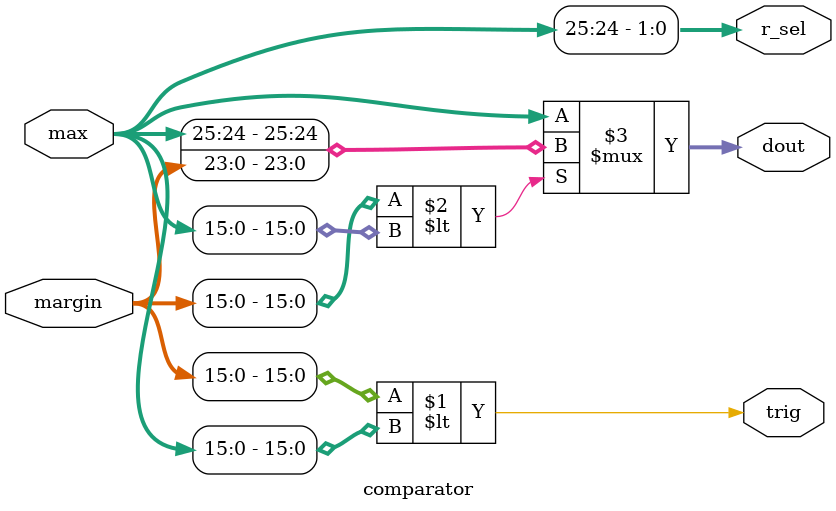
<source format=v>
`timescale 1ns / 1ps

module comparator #(
  parameter DATA_WIDTH=16,
  parameter INDX_WIDTH=8,
  parameter ADDR_WIDTH=2,
  parameter N_REGISTERS=4
)(
  input [(DATA_WIDTH+INDX_WIDTH+ADDR_WIDTH)-1:0] max,
  input [(DATA_WIDTH+INDX_WIDTH)-1:0] margin,
  output trig,
  output [$clog2(N_REGISTERS)-1:0] r_sel,
  output [(DATA_WIDTH+INDX_WIDTH+ADDR_WIDTH)-1:0] dout 
);
  
  assign trig = (margin[DATA_WIDTH-1:0] < max[DATA_WIDTH-1:0]);
  assign dout = (margin[DATA_WIDTH-1:0] < max[DATA_WIDTH-1:0]) ? {max[(DATA_WIDTH+INDX_WIDTH+ADDR_WIDTH)-1:(DATA_WIDTH+INDX_WIDTH)],margin} : max;
  assign r_sel = max[(DATA_WIDTH+INDX_WIDTH+ADDR_WIDTH)-1:(DATA_WIDTH+INDX_WIDTH)];
  
endmodule

</source>
